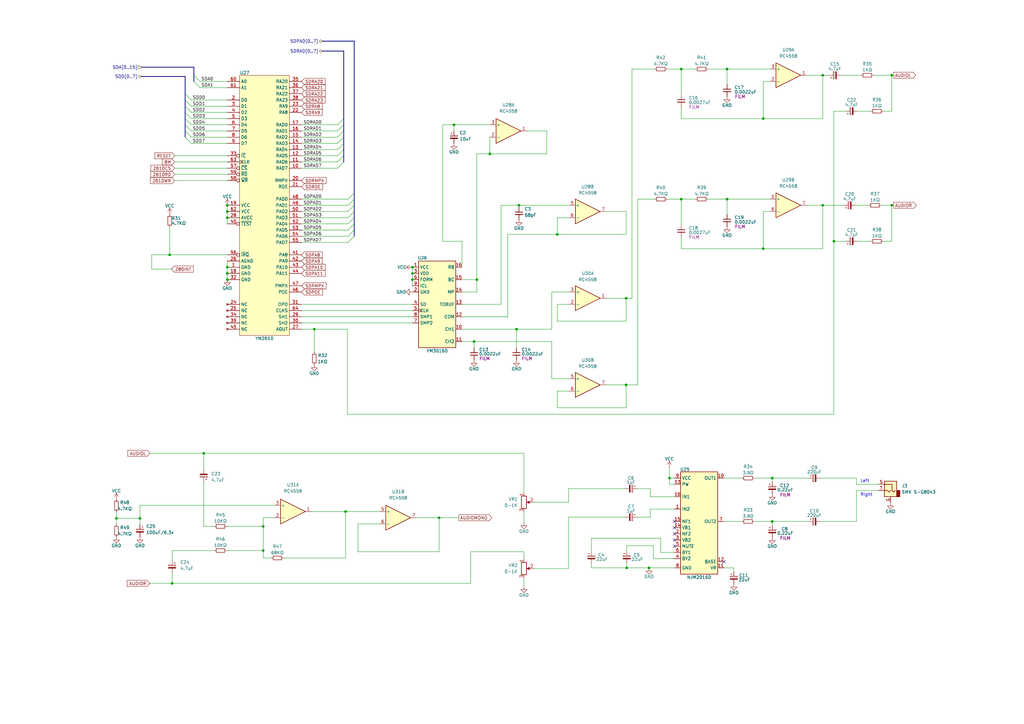
<source format=kicad_sch>
(kicad_sch (version 20211123) (generator eeschema)
  (paper "A3")
  (lib_symbols
    (symbol "1_NeoGeoLibrary:NJM2016D"
      (property "Reference" "U" (at -6.35 26.67 0))
      (property "Value" "NJM2016D" (at -5.08 -19.05 0))
      (symbol "NJM2016D_1_1"
        (rectangle (start -7.62 25.4) (end 7.62 -16.51) (stroke (width 0.254)) (fill (type background)))
        (pin input line (at -10.16 10.16 0) (length 2.54) (name "IN2") (number "1"))
        (pin output line (at 10.16 22.86 180) (length 2.54) (name "OUT1") (number "10"))
        (pin input line (at 10.16 -13.97 180) (length 2.54) (name "VR") (number "11"))
        (pin input line (at 10.16 -11.43 180) (length 2.54) (name "BASE") (number "12"))
        (pin input line (at -10.16 20.32 0) (length 2.54) (name "PW") (number "13"))
        (pin input line (at -10.16 2.54 0) (length 2.54) (name "VB1") (number "14"))
        (pin input line (at -10.16 5.08 0) (length 2.54) (name "NF1") (number "15"))
        (pin input line (at -10.16 15.24 0) (length 2.54) (name "IN1") (number "16"))
        (pin input line (at -10.16 0 0) (length 2.54) (name "NF2") (number "2"))
        (pin input line (at -10.16 -2.54 0) (length 2.54) (name "VB2") (number "3"))
        (pin input line (at -10.16 -10.16 0) (length 2.54) (name "BY2") (number "4"))
        (pin input line (at -10.16 -5.08 0) (length 2.54) (name "MUTE") (number "5"))
        (pin input line (at -10.16 -7.62 0) (length 2.54) (name "BY1") (number "6"))
        (pin output line (at 10.16 5.08 180) (length 2.54) (name "OUT2") (number "7"))
        (pin power_in line (at -10.16 -13.97 0) (length 2.54) (name "GND") (number "8"))
        (pin power_in line (at -10.16 22.86 0) (length 2.54) (name "VCC") (number "9"))
      )
    )
    (symbol "1_NeoGeoLibrary:YM2610"
      (property "Reference" "U" (at -8.89 59.69 0))
      (property "Value" "YM2610" (at 0 -49.53 0))
      (symbol "YM2610_1_1"
        (rectangle (start -10.16 58.42) (end 10.16 -48.26) (fill (type background)))
        (pin power_in line (at -15.24 -20.32 0) (length 5.08) (name "GND") (number "1"))
        (pin bidirectional line (at 15.24 20.32 180) (length 5.08) (name "RAD7") (number "10"))
        (pin bidirectional line (at 15.24 22.86 180) (length 5.08) (name "RAD6") (number "11"))
        (pin bidirectional line (at 15.24 25.4 180) (length 5.08) (name "RAD5") (number "12"))
        (pin bidirectional line (at 15.24 27.94 180) (length 5.08) (name "RAD4") (number "13"))
        (pin bidirectional line (at 15.24 30.48 180) (length 5.08) (name "RAD3") (number "14"))
        (pin bidirectional line (at 15.24 33.02 180) (length 5.08) (name "RAD2") (number "15"))
        (pin bidirectional line (at 15.24 35.56 180) (length 5.08) (name "RAD1") (number "16"))
        (pin bidirectional line (at 15.24 38.1 180) (length 5.08) (name "RAD0") (number "17"))
        (pin power_in line (at -15.24 -22.86 0) (length 5.08) (name "GND") (number "18"))
        (pin power_in line (at -15.24 5.08 0) (length 5.08) (name "VCC") (number "19"))
        (pin bidirectional line (at -15.24 48.26 0) (length 5.08) (name "D0") (number "2"))
        (pin bidirectional line (at 15.24 15.24 180) (length 5.08) (name "RMPX") (number "20"))
        (pin bidirectional line (at 15.24 12.7 180) (length 5.08) (name "ROE") (number "21"))
        (pin bidirectional line (at 15.24 43.18 180) (length 5.08) (name "RA8") (number "22"))
        (pin bidirectional line (at 15.24 45.72 180) (length 5.08) (name "RA9") (number "23"))
        (pin no_connect line (at -15.24 -35.56 0) (length 5.08) (name "NC") (number "24"))
        (pin no_connect line (at -15.24 -38.1 0) (length 5.08) (name "NC") (number "25"))
        (pin power_in line (at -15.24 -17.78 0) (length 5.08) (name "AGND") (number "26"))
        (pin bidirectional line (at 15.24 -45.72 180) (length 5.08) (name "AOUT") (number "27"))
        (pin power_in line (at -15.24 0 0) (length 5.08) (name "AVCC") (number "28"))
        (pin bidirectional line (at 15.24 -40.64 180) (length 5.08) (name "SH1") (number "29"))
        (pin bidirectional line (at -15.24 45.72 0) (length 5.08) (name "D1") (number "3"))
        (pin bidirectional line (at 15.24 -43.18 180) (length 5.08) (name "SH2") (number "30"))
        (pin bidirectional line (at 15.24 -35.56 180) (length 5.08) (name "OPO") (number "31"))
        (pin power_in line (at -15.24 -25.4 0) (length 5.08) (name "GND") (number "32"))
        (pin bidirectional inverted (at -15.24 25.4 0) (length 5.08) (name "~{IC}") (number "33"))
        (pin no_connect line (at -15.24 -40.64 0) (length 5.08) (name "NC") (number "34"))
        (pin bidirectional line (at 15.24 55.88 180) (length 5.08) (name "RA20") (number "35"))
        (pin bidirectional line (at 15.24 53.34 180) (length 5.08) (name "RA21") (number "36"))
        (pin bidirectional line (at 15.24 50.8 180) (length 5.08) (name "RA22") (number "37"))
        (pin bidirectional line (at 15.24 48.26 180) (length 5.08) (name "RA23") (number "38"))
        (pin no_connect line (at -15.24 -43.18 0) (length 5.08) (name "NC") (number "39"))
        (pin bidirectional line (at -15.24 43.18 0) (length 5.08) (name "D2") (number "4"))
        (pin input inverted (at -15.24 -2.54 0) (length 5.08) (name "~{TEST}") (number "40"))
        (pin bidirectional line (at 15.24 -15.24 180) (length 5.08) (name "PA8") (number "41"))
        (pin bidirectional line (at 15.24 -17.78 180) (length 5.08) (name "PA9") (number "42"))
        (pin bidirectional line (at 15.24 -20.32 180) (length 5.08) (name "PA10") (number "43"))
        (pin bidirectional line (at 15.24 -22.86 180) (length 5.08) (name "PA11") (number "44"))
        (pin no_connect line (at -15.24 -45.72 0) (length 5.08) (name "NC") (number "45"))
        (pin bidirectional line (at 15.24 -30.48 180) (length 5.08) (name "POE") (number "46"))
        (pin bidirectional line (at 15.24 -27.94 180) (length 5.08) (name "PMPX") (number "47"))
        (pin bidirectional line (at 15.24 7.62 180) (length 5.08) (name "PAD0") (number "48"))
        (pin bidirectional line (at 15.24 5.08 180) (length 5.08) (name "PAD1") (number "49"))
        (pin bidirectional line (at -15.24 40.64 0) (length 5.08) (name "D3") (number "5"))
        (pin bidirectional line (at 15.24 2.54 180) (length 5.08) (name "PAD2") (number "50"))
        (pin bidirectional line (at 15.24 0 180) (length 5.08) (name "PAD3") (number "51"))
        (pin bidirectional line (at 15.24 -2.54 180) (length 5.08) (name "PAD4") (number "52"))
        (pin bidirectional line (at 15.24 -5.08 180) (length 5.08) (name "PAD5") (number "53"))
        (pin bidirectional line (at 15.24 -7.62 180) (length 5.08) (name "PAD6") (number "54"))
        (pin bidirectional line (at 15.24 -10.16 180) (length 5.08) (name "PAD7") (number "55"))
        (pin bidirectional inverted (at -15.24 -15.24 0) (length 5.08) (name "~{IRQ}") (number "56"))
        (pin bidirectional inverted (at -15.24 20.32 0) (length 5.08) (name "~{CS}") (number "57"))
        (pin bidirectional inverted (at -15.24 15.24 0) (length 5.08) (name "~{WR}") (number "58"))
        (pin bidirectional inverted (at -15.24 17.78 0) (length 5.08) (name "~{RD}") (number "59"))
        (pin bidirectional line (at -15.24 38.1 0) (length 5.08) (name "D4") (number "6"))
        (pin bidirectional line (at -15.24 55.88 0) (length 5.08) (name "A0") (number "60"))
        (pin bidirectional line (at -15.24 53.34 0) (length 5.08) (name "A1") (number "61"))
        (pin power_in line (at -15.24 2.54 0) (length 5.08) (name "VCC") (number "62"))
        (pin bidirectional clock (at -15.24 22.86 0) (length 5.08) (name "CLK") (number "63"))
        (pin bidirectional line (at 15.24 -38.1 180) (length 5.08) (name "CLKS") (number "64"))
        (pin bidirectional line (at -15.24 35.56 0) (length 5.08) (name "D5") (number "7"))
        (pin bidirectional line (at -15.24 33.02 0) (length 5.08) (name "D6") (number "8"))
        (pin bidirectional line (at -15.24 30.48 0) (length 5.08) (name "D7") (number "9"))
      )
    )
    (symbol "1_NeoGeoLibrary:YM3016D"
      (property "Reference" "U" (at -6.35 26.67 0))
      (property "Value" "YM3016D" (at -3.81 -11.43 0))
      (symbol "YM3016D_1_1"
        (rectangle (start -7.62 25.4) (end 7.62 -10.16) (stroke (width 0.254)) (fill (type background)))
        (pin power_in line (at -10.16 22.86 0) (length 2.54) (name "VCC") (number "1"))
        (pin output line (at 10.16 -2.54 180) (length 2.54) (name "CH1") (number "10"))
        (pin output line (at 10.16 -7.62 180) (length 2.54) (name "CH2") (number "11"))
        (pin bidirectional line (at 10.16 2.54 180) (length 2.54) (name "COM") (number "12"))
        (pin bidirectional line (at 10.16 7.62 180) (length 2.54) (name "TOBUF") (number "13"))
        (pin bidirectional line (at 10.16 12.7 180) (length 2.54) (name "MP") (number "14"))
        (pin bidirectional line (at 10.16 17.78 180) (length 2.54) (name "BC") (number "15"))
        (pin bidirectional line (at 10.16 22.86 180) (length 2.54) (name "RB") (number "16"))
        (pin power_in line (at -10.16 12.7 0) (length 2.54) (name "GND") (number "2"))
        (pin power_in line (at -10.16 20.32 0) (length 2.54) (name "VDD") (number "3"))
        (pin input line (at -10.16 7.62 0) (length 2.54) (name "SD") (number "4"))
        (pin input clock (at -10.16 5.08 0) (length 2.54) (name "CLK") (number "5"))
        (pin input line (at -10.16 17.78 0) (length 2.54) (name "FORM") (number "6"))
        (pin input line (at -10.16 0 0) (length 2.54) (name "SMP2") (number "7"))
        (pin input line (at -10.16 2.54 0) (length 2.54) (name "SMP1") (number "8"))
        (pin input line (at -10.16 15.24 0) (length 2.54) (name "ICL") (number "9"))
      )
    )
    (symbol "Amplifier_Operational:RC4558" (pin_names (offset 0.127))
      (property "Reference" "U" (at 0 5.08 0))
      (property "Value" "RC4558" (at 0 -5.08 0))
      (symbol "RC4558_1_1"
        (polyline (pts (xy -5.08 5.08) (xy 5.08 0) (xy -5.08 -5.08) (xy -5.08 5.08)) (stroke (width 0.254)) (fill (type background)))
        (pin output line (at 7.62 0 180) (length 2.54) (name "~") (number "1"))
        (pin input line (at -7.62 -2.54 0) (length 2.54) (name "-") (number "2"))
        (pin input line (at -7.62 2.54 0) (length 2.54) (name "+") (number "3"))
      )
      (symbol "RC4558_2_1"
        (polyline (pts (xy -5.08 5.08) (xy 5.08 0) (xy -5.08 -5.08) (xy -5.08 5.08)) (stroke (width 0.254)) (fill (type background)))
        (pin input line (at -7.62 2.54 0) (length 2.54) (name "+") (number "5"))
        (pin input line (at -7.62 -2.54 0) (length 2.54) (name "-") (number "6"))
        (pin output line (at 7.62 0 180) (length 2.54) (name "~") (number "7"))
      )
      (symbol "RC4558_3_1"
        (pin power_in line (at -2.54 -7.62 90) (length 3.81) (name "V-") (number "4"))
        (pin power_in line (at -2.54 7.62 270) (length 3.81) (name "V+") (number "8"))
      )
    )
    (symbol "Connector:AudioJack2_Ground"
      (property "Reference" "J" (at 0 8.89 0))
      (property "Value" "AudioJack2_Ground" (at 0 6.35 0))
      (symbol "AudioJack2_Ground_0_1"
        (rectangle (start -2.54 -2.54) (end -3.81 0) (stroke (width 0.254)) (fill (type outline)))
        (polyline (pts (xy 0 0) (xy 0.635 -0.635) (xy 1.27 0) (xy 2.54 0)) (stroke (width 0.254)))
        (polyline (pts (xy 2.54 2.54) (xy -0.635 2.54) (xy -0.635 0) (xy -1.27 -0.635) (xy -1.905 0)) (stroke (width 0.254)))
        (rectangle (start 2.54 3.81) (end -2.54 -2.54) (stroke (width 0.254)) (fill (type background)))
      )
      (symbol "AudioJack2_Ground_1_1"
        (pin passive line (at 0 -5.08 90) (length 2.54) (name "~") (number "G"))
        (pin passive line (at 5.08 2.54 180) (length 2.54) (name "~") (number "S"))
        (pin passive line (at 5.08 0 180) (length 2.54) (name "~") (number "T"))
      )
    )
    (symbol "Device:C_Polarized_Small" (pin_numbers hide) (pin_names (offset 0.254) hide)
      (property "Reference" "C" (at 0.254 1.778 0))
      (property "Value" "C_Polarized_Small" (at 0.254 -2.032 0))
      (symbol "C_Polarized_Small_0_1"
        (rectangle (start -1.524 -0.3048) (end 1.524 -0.6858) (fill (type outline)))
        (rectangle (start -1.524 0.6858) (end 1.524 0.3048))
        (polyline (pts (xy -1.27 1.524) (xy -0.762 1.524)))
        (polyline (pts (xy -1.016 1.27) (xy -1.016 1.778)))
      )
      (symbol "C_Polarized_Small_1_1"
        (pin passive line (at 0 2.54 270) (length 1.8542) (name "~") (number "1"))
        (pin passive line (at 0 -2.54 90) (length 1.8542) (name "~") (number "2"))
      )
    )
    (symbol "Device:C_Small" (pin_numbers hide) (pin_names (offset 0.254) hide)
      (property "Reference" "C" (at 0.254 1.778 0))
      (property "Value" "C_Small" (at 0.254 -2.032 0))
      (symbol "C_Small_0_1"
        (polyline (pts (xy -1.524 -0.508) (xy 1.524 -0.508)) (stroke (width 0.3302)))
        (polyline (pts (xy -1.524 0.508) (xy 1.524 0.508)) (stroke (width 0.3048)))
      )
      (symbol "C_Small_1_1"
        (pin passive line (at 0 2.54 270) (length 2.032) (name "~") (number "1"))
        (pin passive line (at 0 -2.54 90) (length 2.032) (name "~") (number "2"))
      )
    )
    (symbol "Device:R_Potentiometer" (pin_names (offset 1.016) hide)
      (property "Reference" "RV" (at -4.445 0 90))
      (property "Value" "R_Potentiometer" (at -2.54 0 90))
      (symbol "R_Potentiometer_0_1"
        (polyline (pts (xy 2.54 0) (xy 1.524 0)))
        (polyline (pts (xy 1.143 0) (xy 2.286 0.508) (xy 2.286 -0.508) (xy 1.143 0)) (fill (type outline)))
        (rectangle (start 1.016 2.54) (end -1.016 -2.54) (stroke (width 0.254)))
      )
      (symbol "R_Potentiometer_1_1"
        (pin passive line (at 0 3.81 270) (length 1.27) (name "1") (number "1"))
        (pin passive line (at 3.81 0 180) (length 1.27) (name "2") (number "2"))
        (pin passive line (at 0 -3.81 90) (length 1.27) (name "3") (number "3"))
      )
    )
    (symbol "Device:R_Small" (pin_numbers hide) (pin_names (offset 0.254) hide)
      (property "Reference" "R" (at 0.762 0.508 0))
      (property "Value" "R_Small" (at 0.762 -1.016 0))
      (symbol "R_Small_0_1"
        (rectangle (start -0.762 1.778) (end 0.762 -1.778) (stroke (width 0.2032)))
      )
      (symbol "R_Small_1_1"
        (pin passive line (at 0 2.54 270) (length 0.762) (name "~") (number "1"))
        (pin passive line (at 0 -2.54 90) (length 0.762) (name "~") (number "2"))
      )
    )
    (symbol "power:GND" (power) (pin_names (offset 0))
      (property "Value" "GND" (at 0 -3.81 0))
      (symbol "GND_0_1"
        (polyline (pts (xy 0 0) (xy 0 -1.27) (xy 1.27 -1.27) (xy 0 -2.54) (xy -1.27 -1.27) (xy 0 -1.27)))
      )
      (symbol "GND_1_1"
        (pin power_in line (at 0 0 270) (length 0) hide (name "GND") (number "1"))
      )
    )
    (symbol "power:VCC" (power) (pin_names (offset 0))
      (property "Value" "VCC" (at 0 3.81 0))
      (symbol "VCC_0_1"
        (polyline (pts (xy -0.762 1.27) (xy 0 2.54)))
        (polyline (pts (xy 0 0) (xy 0 2.54)))
        (polyline (pts (xy 0 2.54) (xy 0.762 1.27)))
      )
      (symbol "VCC_1_1"
        (pin power_in line (at 0 0 90) (length 0) hide (name "VCC") (number "1"))
      )
    )
  )
  (junction (at 128.905 135.001))
  (junction (at 337.439 84.201))
  (junction (at 93.218 114.681))
  (junction (at 266.192 232.918))
  (junction (at 107.95 225.806))
  (junction (at 57.404 212.598))
  (junction (at 83.566 185.928))
  (junction (at 70.612 239.268))
  (junction (at 169.164 112.141))
  (junction (at 47.752 212.598))
  (junction (at 256.794 122.301))
  (junction (at 313.055 101.981))
  (junction (at 93.218 84.201))
  (junction (at 279.4 28.321))
  (junction (at 195.58 114.681))
  (junction (at 212.852 84.201))
  (junction (at 200.914 63.119))
  (junction (at 93.218 89.281))
  (junction (at 257.048 232.918))
  (junction (at 69.596 104.521))
  (junction (at 93.218 112.141))
  (junction (at 279.4 81.661))
  (junction (at 274.574 196.088))
  (junction (at 298.196 28.321))
  (junction (at 194.437 140.081))
  (junction (at 256.794 157.861))
  (junction (at 316.738 213.868))
  (junction (at 93.218 109.601))
  (junction (at 169.164 109.601))
  (junction (at 298.196 81.661))
  (junction (at 365.76 84.201))
  (junction (at 313.055 48.641))
  (junction (at 316.738 196.088))
  (junction (at 93.218 86.741))
  (junction (at 211.836 135.001))
  (junction (at 186.182 51.181))
  (junction (at 365.76 30.861))
  (junction (at 141.732 209.804))
  (junction (at 342.011 98.933))
  (junction (at 228.6 96.139))
  (junction (at 169.164 114.681))
  (junction (at 337.439 30.861))
  (junction (at 180.086 212.344))
  (junction (at 107.95 215.9))
  (no_connect (at 276.606 221.488))
  (no_connect (at 276.606 224.028))
  (no_connect (at 276.606 216.408))
  (no_connect (at 276.606 213.868))
  (no_connect (at 276.606 218.948))
  (no_connect (at 296.926 230.378))
  (bus_entry (at 140.97 53.721) (size -2.54 2.54))
  (bus_entry (at 140.97 63.881) (size -2.54 2.54))
  (bus_entry (at 145.288 81.661) (size -2.54 2.54))
  (bus_entry (at 145.288 89.281) (size -2.54 2.54))
  (bus_entry (at 75.946 41.021) (size 2.54 2.54))
  (bus_entry (at 79.502 30.861) (size 2.54 2.54))
  (bus_entry (at 75.946 46.101) (size 2.54 2.54))
  (bus_entry (at 75.946 53.721) (size 2.54 2.54))
  (bus_entry (at 75.946 38.481) (size 2.54 2.54))
  (bus_entry (at 140.97 61.341) (size -2.54 2.54))
  (bus_entry (at 75.946 56.261) (size 2.54 2.54))
  (bus_entry (at 79.502 33.401) (size 2.54 2.54))
  (bus_entry (at 140.97 66.421) (size -2.54 2.54))
  (bus_entry (at 145.288 91.821) (size -2.54 2.54))
  (bus_entry (at 145.288 84.201) (size -2.54 2.54))
  (bus_entry (at 140.97 58.801) (size -2.54 2.54))
  (bus_entry (at 75.946 51.181) (size 2.54 2.54))
  (bus_entry (at 75.946 48.641) (size 2.54 2.54))
  (bus_entry (at 140.97 56.261) (size -2.54 2.54))
  (bus_entry (at 145.288 94.361) (size -2.54 2.54))
  (bus_entry (at 145.288 79.121) (size -2.54 2.54))
  (bus_entry (at 140.97 51.181) (size -2.54 2.54))
  (bus_entry (at 145.288 86.741) (size -2.54 2.54))
  (bus_entry (at 140.97 48.641) (size -2.54 2.54))
  (bus_entry (at 75.946 43.561) (size 2.54 2.54))
  (bus_entry (at 145.288 96.901) (size -2.54 2.54))
  (wire (pts (xy 344.932 30.861) (xy 353.187 30.861)))
  (wire (pts (xy 70.612 239.268) (xy 61.468 239.268)))
  (wire (pts (xy 298.196 81.661) (xy 315.722 81.661)))
  (wire (pts (xy 218.694 233.172) (xy 233.172 233.172)))
  (wire (pts (xy 212.852 84.201) (xy 205.486 84.201)))
  (wire (pts (xy 78.486 41.021) (xy 93.218 41.021)))
  (wire (pts (xy 233.172 200.406) (xy 256.286 200.406)))
  (wire (pts (xy 274.574 196.088) (xy 276.606 196.088)))
  (wire (pts (xy 233.172 233.172) (xy 233.172 212.09)))
  (bus (pts (xy 140.97 61.341) (xy 140.97 58.801)))
  (bus (pts (xy 140.97 66.421) (xy 140.97 63.881)))
  (wire (pts (xy 296.926 213.868) (xy 304.292 213.868)))
  (wire (pts (xy 300.99 232.918) (xy 300.99 234.442)))
  (wire (pts (xy 93.218 104.521) (xy 69.596 104.521)))
  (wire (pts (xy 71.628 74.041) (xy 93.218 74.041)))
  (wire (pts (xy 242.57 220.726) (xy 242.57 226.06)))
  (wire (pts (xy 189.484 135.001) (xy 211.836 135.001)))
  (wire (pts (xy 146.812 214.884) (xy 146.812 226.314)))
  (wire (pts (xy 313.055 48.641) (xy 337.439 48.641)))
  (wire (pts (xy 78.486 56.261) (xy 93.218 56.261)))
  (wire (pts (xy 194.437 140.081) (xy 226.314 140.081)))
  (wire (pts (xy 212.852 84.201) (xy 212.852 84.963)))
  (wire (pts (xy 208.28 96.139) (xy 208.28 129.921)))
  (wire (pts (xy 70.612 239.268) (xy 193.04 239.268)))
  (bus (pts (xy 79.502 30.861) (xy 79.502 27.559)))
  (wire (pts (xy 146.812 226.314) (xy 180.086 226.314)))
  (wire (pts (xy 141.732 209.804) (xy 155.702 209.804)))
  (bus (pts (xy 145.288 86.741) (xy 145.288 84.201)))
  (wire (pts (xy 82.042 35.941) (xy 93.218 35.941)))
  (wire (pts (xy 189.484 140.081) (xy 194.437 140.081)))
  (wire (pts (xy 351.028 84.201) (xy 356.362 84.201)))
  (wire (pts (xy 276.606 232.918) (xy 266.192 232.918)))
  (wire (pts (xy 351.282 196.088) (xy 351.282 198.628)))
  (wire (pts (xy 309.372 196.088) (xy 316.738 196.088)))
  (wire (pts (xy 256.794 96.139) (xy 256.794 86.741)))
  (wire (pts (xy 47.752 212.598) (xy 47.752 215.138)))
  (wire (pts (xy 256.794 157.861) (xy 261.62 157.861)))
  (wire (pts (xy 180.086 212.344) (xy 188.214 212.344)))
  (wire (pts (xy 93.218 84.201) (xy 93.218 86.741)))
  (wire (pts (xy 285.242 28.321) (xy 279.4 28.321)))
  (wire (pts (xy 189.484 114.681) (xy 195.58 114.681)))
  (wire (pts (xy 138.43 53.721) (xy 123.698 53.721)))
  (wire (pts (xy 256.794 131.699) (xy 256.794 122.301)))
  (wire (pts (xy 71.628 63.881) (xy 93.218 63.881)))
  (wire (pts (xy 228.6 124.841) (xy 228.6 131.699)))
  (wire (pts (xy 93.218 107.061) (xy 93.218 109.601)))
  (wire (pts (xy 123.698 129.921) (xy 169.164 129.921)))
  (wire (pts (xy 123.698 124.841) (xy 169.164 124.841)))
  (bus (pts (xy 140.97 58.801) (xy 140.97 56.261)))
  (wire (pts (xy 279.4 28.321) (xy 279.4 38.862)))
  (wire (pts (xy 142.494 169.926) (xy 342.011 169.926)))
  (wire (pts (xy 313.055 101.981) (xy 337.439 101.981)))
  (wire (pts (xy 78.486 53.721) (xy 93.218 53.721)))
  (wire (pts (xy 279.4 97.282) (xy 279.4 101.981)))
  (bus (pts (xy 79.502 33.401) (xy 79.502 30.861)))
  (wire (pts (xy 226.314 155.321) (xy 233.426 155.321)))
  (wire (pts (xy 78.486 51.181) (xy 93.218 51.181)))
  (wire (pts (xy 228.6 96.139) (xy 208.28 96.139)))
  (wire (pts (xy 83.566 185.928) (xy 83.566 192.532)))
  (wire (pts (xy 78.486 46.101) (xy 93.218 46.101)))
  (bus (pts (xy 140.97 48.641) (xy 140.97 20.955)))
  (wire (pts (xy 276.606 198.628) (xy 274.574 198.628)))
  (wire (pts (xy 128.905 135.001) (xy 128.905 144.526)))
  (wire (pts (xy 78.486 43.561) (xy 93.218 43.561)))
  (wire (pts (xy 266.7 208.788) (xy 276.606 208.788)))
  (bus (pts (xy 75.946 51.181) (xy 75.946 48.641)))
  (wire (pts (xy 257.048 232.918) (xy 242.57 232.918)))
  (wire (pts (xy 315.722 86.741) (xy 313.055 86.741)))
  (wire (pts (xy 123.698 99.441) (xy 142.748 99.441)))
  (wire (pts (xy 107.95 225.806) (xy 107.95 228.854)))
  (wire (pts (xy 268.478 28.321) (xy 259.207 28.321)))
  (wire (pts (xy 279.4 43.942) (xy 279.4 48.641)))
  (bus (pts (xy 75.946 48.641) (xy 75.946 46.101)))
  (wire (pts (xy 256.794 122.301) (xy 248.666 122.301)))
  (wire (pts (xy 365.76 98.933) (xy 365.76 84.201)))
  (wire (pts (xy 257.048 223.774) (xy 267.97 223.774)))
  (bus (pts (xy 145.288 89.281) (xy 145.288 86.741)))
  (wire (pts (xy 256.794 157.861) (xy 248.666 157.861)))
  (wire (pts (xy 112.522 212.344) (xy 107.95 212.344)))
  (wire (pts (xy 316.738 196.088) (xy 316.738 197.612)))
  (wire (pts (xy 274.574 196.088) (xy 274.574 198.628)))
  (wire (pts (xy 313.055 33.401) (xy 313.055 48.641)))
  (wire (pts (xy 138.43 58.801) (xy 123.698 58.801)))
  (wire (pts (xy 71.628 66.421) (xy 93.218 66.421)))
  (wire (pts (xy 298.196 81.661) (xy 298.196 87.884)))
  (wire (pts (xy 266.7 203.708) (xy 276.606 203.708)))
  (wire (pts (xy 181.61 98.933) (xy 181.61 51.181)))
  (wire (pts (xy 92.964 215.9) (xy 107.95 215.9)))
  (wire (pts (xy 195.58 114.681) (xy 195.58 63.119)))
  (wire (pts (xy 71.628 71.501) (xy 93.218 71.501)))
  (wire (pts (xy 361.442 84.201) (xy 365.76 84.201)))
  (wire (pts (xy 261.366 212.09) (xy 266.7 212.09)))
  (wire (pts (xy 279.4 81.661) (xy 279.4 92.202)))
  (wire (pts (xy 193.04 239.268) (xy 193.04 226.314)))
  (wire (pts (xy 337.439 48.641) (xy 337.439 30.861)))
  (wire (pts (xy 123.698 86.741) (xy 142.748 86.741)))
  (wire (pts (xy 316.738 213.868) (xy 316.738 215.392)))
  (wire (pts (xy 242.57 231.14) (xy 242.57 232.918)))
  (wire (pts (xy 224.282 53.721) (xy 216.154 53.721)))
  (wire (pts (xy 224.282 63.119) (xy 224.282 53.721)))
  (wire (pts (xy 261.62 157.861) (xy 261.62 81.661)))
  (wire (pts (xy 205.486 84.201) (xy 205.486 124.841)))
  (wire (pts (xy 256.794 122.301) (xy 259.207 122.301)))
  (wire (pts (xy 214.884 236.982) (xy 214.884 240.538)))
  (wire (pts (xy 276.606 226.568) (xy 271.018 226.568)))
  (wire (pts (xy 337.439 84.201) (xy 345.948 84.201)))
  (wire (pts (xy 69.596 104.521) (xy 62.23 104.521)))
  (wire (pts (xy 87.884 225.806) (xy 70.612 225.806)))
  (wire (pts (xy 365.76 45.593) (xy 365.76 30.861)))
  (wire (pts (xy 256.794 167.259) (xy 256.794 157.861)))
  (bus (pts (xy 75.946 38.481) (xy 75.946 31.369)))
  (wire (pts (xy 233.426 160.401) (xy 228.6 160.401)))
  (wire (pts (xy 274.574 191.77) (xy 274.574 196.088)))
  (wire (pts (xy 351.282 198.628) (xy 360.172 198.628)))
  (wire (pts (xy 298.196 28.321) (xy 290.322 28.321)))
  (wire (pts (xy 261.366 200.406) (xy 266.7 200.406)))
  (bus (pts (xy 57.912 31.369) (xy 75.946 31.369)))
  (wire (pts (xy 127.762 209.804) (xy 141.732 209.804)))
  (wire (pts (xy 337.439 30.861) (xy 339.852 30.861)))
  (wire (pts (xy 195.58 119.761) (xy 195.58 114.681)))
  (wire (pts (xy 233.426 84.201) (xy 212.852 84.201)))
  (wire (pts (xy 208.28 129.921) (xy 189.484 129.921)))
  (wire (pts (xy 267.97 229.108) (xy 276.606 229.108)))
  (wire (pts (xy 228.6 89.281) (xy 228.6 96.139)))
  (wire (pts (xy 336.55 196.088) (xy 351.282 196.088)))
  (wire (pts (xy 233.426 89.281) (xy 228.6 89.281)))
  (wire (pts (xy 107.95 212.344) (xy 107.95 215.9)))
  (wire (pts (xy 57.404 207.264) (xy 112.522 207.264)))
  (wire (pts (xy 142.494 135.001) (xy 142.494 169.926)))
  (bus (pts (xy 75.946 41.021) (xy 75.946 38.481)))
  (wire (pts (xy 315.722 28.321) (xy 298.196 28.321)))
  (bus (pts (xy 140.97 48.641) (xy 140.97 51.181)))
  (wire (pts (xy 200.914 63.119) (xy 224.282 63.119)))
  (bus (pts (xy 140.97 56.261) (xy 140.97 53.721)))
  (wire (pts (xy 69.596 93.091) (xy 69.596 104.521)))
  (wire (pts (xy 214.884 185.928) (xy 214.884 202.184)))
  (wire (pts (xy 195.58 63.119) (xy 200.914 63.119)))
  (wire (pts (xy 267.97 223.774) (xy 267.97 229.108)))
  (wire (pts (xy 218.694 205.994) (xy 233.172 205.994)))
  (wire (pts (xy 228.6 96.139) (xy 256.794 96.139)))
  (wire (pts (xy 296.926 232.918) (xy 300.99 232.918)))
  (bus (pts (xy 145.288 79.121) (xy 145.288 16.891)))
  (wire (pts (xy 93.218 109.601) (xy 93.218 112.141)))
  (wire (pts (xy 123.698 94.361) (xy 142.748 94.361)))
  (wire (pts (xy 214.884 209.804) (xy 214.884 214.376)))
  (wire (pts (xy 315.722 33.401) (xy 313.055 33.401)))
  (bus (pts (xy 145.288 94.361) (xy 145.288 91.821)))
  (wire (pts (xy 71.628 68.961) (xy 93.218 68.961)))
  (wire (pts (xy 342.011 45.593) (xy 346.71 45.593)))
  (bus (pts (xy 145.288 91.821) (xy 145.288 89.281)))
  (wire (pts (xy 107.95 228.854) (xy 111.252 228.854)))
  (wire (pts (xy 351.79 98.933) (xy 357.124 98.933)))
  (wire (pts (xy 123.698 91.821) (xy 142.748 91.821)))
  (wire (pts (xy 273.558 81.661) (xy 279.4 81.661)))
  (wire (pts (xy 169.164 109.601) (xy 169.164 112.141)))
  (bus (pts (xy 75.946 43.561) (xy 75.946 41.021)))
  (wire (pts (xy 138.43 63.881) (xy 123.698 63.881)))
  (wire (pts (xy 116.332 228.854) (xy 141.732 228.854)))
  (wire (pts (xy 78.486 58.801) (xy 93.218 58.801)))
  (wire (pts (xy 226.314 140.081) (xy 226.314 155.321)))
  (wire (pts (xy 259.207 28.321) (xy 259.207 122.301)))
  (wire (pts (xy 351.282 201.168) (xy 360.172 201.168)))
  (wire (pts (xy 62.23 104.521) (xy 62.23 110.363)))
  (wire (pts (xy 128.905 135.001) (xy 142.494 135.001)))
  (bus (pts (xy 132.08 20.955) (xy 140.97 20.955)))
  (wire (pts (xy 336.55 213.868) (xy 351.282 213.868)))
  (wire (pts (xy 228.6 160.401) (xy 228.6 167.259)))
  (wire (pts (xy 337.439 30.861) (xy 330.962 30.861)))
  (wire (pts (xy 57.404 212.598) (xy 57.404 207.264)))
  (wire (pts (xy 279.4 101.981) (xy 313.055 101.981)))
  (wire (pts (xy 342.011 169.926) (xy 342.011 98.933)))
  (wire (pts (xy 228.6 131.699) (xy 256.794 131.699)))
  (wire (pts (xy 256.794 86.741) (xy 248.666 86.741)))
  (wire (pts (xy 83.566 197.612) (xy 83.566 215.9)))
  (wire (pts (xy 47.752 212.598) (xy 57.404 212.598)))
  (wire (pts (xy 233.172 205.994) (xy 233.172 200.406)))
  (wire (pts (xy 180.086 226.314) (xy 180.086 212.344)))
  (wire (pts (xy 186.182 51.181) (xy 200.914 51.181)))
  (bus (pts (xy 57.912 27.559) (xy 79.502 27.559)))
  (wire (pts (xy 186.182 51.181) (xy 186.182 53.721)))
  (wire (pts (xy 123.698 132.461) (xy 169.164 132.461)))
  (wire (pts (xy 107.95 215.9) (xy 107.95 225.806)))
  (wire (pts (xy 211.836 135.001) (xy 211.836 142.621)))
  (wire (pts (xy 169.164 112.141) (xy 169.164 114.681)))
  (wire (pts (xy 226.314 119.761) (xy 233.426 119.761)))
  (wire (pts (xy 181.61 51.181) (xy 186.182 51.181)))
  (bus (pts (xy 145.288 96.901) (xy 145.288 94.361)))
  (wire (pts (xy 342.011 98.933) (xy 346.71 98.933)))
  (wire (pts (xy 228.6 167.259) (xy 256.794 167.259)))
  (wire (pts (xy 123.698 96.901) (xy 142.748 96.901)))
  (wire (pts (xy 83.566 185.928) (xy 214.884 185.928)))
  (wire (pts (xy 57.404 212.598) (xy 57.404 215.138)))
  (wire (pts (xy 107.95 225.806) (xy 92.964 225.806)))
  (bus (pts (xy 75.946 46.101) (xy 75.946 43.561)))
  (wire (pts (xy 155.702 214.884) (xy 146.812 214.884)))
  (bus (pts (xy 145.288 84.201) (xy 145.288 81.661)))
  (wire (pts (xy 194.437 140.081) (xy 194.437 142.621)))
  (bus (pts (xy 145.288 79.121) (xy 145.288 81.661)))
  (wire (pts (xy 362.204 45.593) (xy 365.76 45.593)))
  (wire (pts (xy 141.732 228.854) (xy 141.732 209.804)))
  (wire (pts (xy 214.884 226.314) (xy 214.884 229.362)))
  (wire (pts (xy 93.218 89.281) (xy 93.218 91.821)))
  (wire (pts (xy 271.018 220.726) (xy 242.57 220.726)))
  (wire (pts (xy 298.196 28.321) (xy 298.196 34.544)))
  (wire (pts (xy 233.426 124.841) (xy 228.6 124.841)))
  (wire (pts (xy 82.042 33.401) (xy 93.218 33.401)))
  (wire (pts (xy 358.267 30.861) (xy 365.76 30.861)))
  (wire (pts (xy 316.738 213.868) (xy 331.47 213.868)))
  (wire (pts (xy 266.192 232.918) (xy 257.048 232.918)))
  (wire (pts (xy 62.23 110.363) (xy 70.358 110.363)))
  (wire (pts (xy 200.914 56.261) (xy 200.914 63.119)))
  (wire (pts (xy 47.752 209.931) (xy 47.752 212.598)))
  (wire (pts (xy 169.164 114.681) (xy 169.164 117.221)))
  (wire (pts (xy 78.486 48.641) (xy 93.218 48.641)))
  (wire (pts (xy 257.048 231.14) (xy 257.048 232.918)))
  (wire (pts (xy 70.612 225.806) (xy 70.612 229.87)))
  (wire (pts (xy 279.4 28.321) (xy 273.558 28.321)))
  (wire (pts (xy 365.76 30.861) (xy 366.522 30.861)))
  (wire (pts (xy 313.055 86.741) (xy 313.055 101.981)))
  (wire (pts (xy 279.4 48.641) (xy 313.055 48.641)))
  (wire (pts (xy 138.43 51.181) (xy 123.698 51.181)))
  (wire (pts (xy 70.612 234.95) (xy 70.612 239.268)))
  (wire (pts (xy 226.314 135.001) (xy 226.314 119.761)))
  (wire (pts (xy 189.484 98.933) (xy 181.61 98.933)))
  (wire (pts (xy 337.439 84.201) (xy 330.962 84.201)))
  (wire (pts (xy 365.76 84.201) (xy 366.522 84.201)))
  (wire (pts (xy 362.204 98.933) (xy 365.76 98.933)))
  (wire (pts (xy 123.698 135.001) (xy 128.905 135.001)))
  (wire (pts (xy 189.484 119.761) (xy 195.58 119.761)))
  (wire (pts (xy 271.018 226.568) (xy 271.018 220.726)))
  (wire (pts (xy 233.172 212.09) (xy 256.286 212.09)))
  (wire (pts (xy 138.43 68.961) (xy 123.698 68.961)))
  (wire (pts (xy 266.7 200.406) (xy 266.7 203.708)))
  (wire (pts (xy 138.43 56.261) (xy 123.698 56.261)))
  (wire (pts (xy 138.43 66.421) (xy 123.698 66.421)))
  (wire (pts (xy 93.218 86.741) (xy 93.218 89.281)))
  (wire (pts (xy 123.698 81.661) (xy 142.748 81.661)))
  (wire (pts (xy 211.836 135.001) (xy 226.314 135.001)))
  (wire (pts (xy 83.566 215.9) (xy 87.884 215.9)))
  (wire (pts (xy 266.7 212.09) (xy 266.7 208.788)))
  (wire (pts (xy 279.4 81.661) (xy 285.242 81.661)))
  (bus (pts (xy 140.97 53.721) (xy 140.97 51.181)))
  (bus (pts (xy 140.97 63.881) (xy 140.97 61.341)))
  (wire (pts (xy 342.011 98.933) (xy 342.011 45.593)))
  (wire (pts (xy 351.79 45.593) (xy 357.124 45.593)))
  (wire (pts (xy 189.484 109.601) (xy 189.484 98.933)))
  (bus (pts (xy 75.946 56.261) (xy 75.946 53.721)))
  (wire (pts (xy 290.322 81.661) (xy 298.196 81.661)))
  (bus (pts (xy 75.946 53.721) (xy 75.946 51.181)))
  (wire (pts (xy 351.282 213.868) (xy 351.282 201.168)))
  (wire (pts (xy 180.086 212.344) (xy 170.942 212.344)))
  (wire (pts (xy 123.698 127.381) (xy 169.164 127.381)))
  (wire (pts (xy 138.43 61.341) (xy 123.698 61.341)))
  (bus (pts (xy 132.08 16.891) (xy 145.288 16.891)))
  (wire (pts (xy 257.048 226.06) (xy 257.048 223.774)))
  (wire (pts (xy 337.439 101.981) (xy 337.439 84.201)))
  (wire (pts (xy 205.486 124.841) (xy 189.484 124.841)))
  (wire (pts (xy 61.468 185.928) (xy 83.566 185.928)))
  (wire (pts (xy 123.698 89.281) (xy 142.748 89.281)))
  (wire (pts (xy 309.372 213.868) (xy 316.738 213.868)))
  (wire (pts (xy 261.62 81.661) (xy 268.478 81.661)))
  (wire (pts (xy 296.926 196.088) (xy 304.292 196.088)))
  (wire (pts (xy 123.698 84.201) (xy 142.748 84.201)))
  (wire (pts (xy 93.218 112.141) (xy 93.218 114.681)))
  (wire (pts (xy 193.04 226.314) (xy 214.884 226.314)))
  (wire (pts (xy 316.738 196.088) (xy 331.47 196.088)))
  (text "Right" (at 352.806 203.708 0) (effects (font (size 1.27 1.27)) (justify left bottom)))
  (text "Left" (at 352.806 198.12 0) (effects (font (size 1.27 1.27)) (justify left bottom)))
  (label "SDPAD3" (at 124.46 89.281 0))
  (label "SDRAD6" (at 124.46 66.421 0))
  (label "SDRAD1" (at 124.46 53.721 0))
  (label "SDRAD4" (at 124.46 61.341 0))
  (label "SDRAD5" (at 124.46 63.881 0))
  (label "SDA1" (at 82.55 35.941 0))
  (label "SDRAD3" (at 124.46 58.801 0))
  (label "SDD0" (at 78.994 41.021 0))
  (label "SDPAD7" (at 124.46 99.441 0))
  (label "SDD3" (at 78.994 48.641 0))
  (label "SDPAD5" (at 124.46 94.361 0))
  (label "SDD2" (at 78.994 46.101 0))
  (label "SDA0" (at 82.55 33.401 0))
  (label "SDRAD2" (at 124.46 56.261 0))
  (label "SDRAD0" (at 124.46 51.181 0))
  (label "SDD7" (at 78.994 58.801 0))
  (label "SDPAD6" (at 124.46 96.901 0))
  (label "SDPAD4" (at 124.46 91.821 0))
  (label "SDD5" (at 78.994 53.721 0))
  (label "SDPAD2" (at 124.46 86.741 0))
  (label "SDRAD7" (at 124.46 68.961 0))
  (label "SDPAD1" (at 124.46 84.201 0))
  (label "SDD4" (at 78.994 51.181 0))
  (label "SDD1" (at 78.994 43.561 0))
  (label "SDD6" (at 78.994 56.261 0))
  (label "SDPAD0" (at 124.46 81.661 0))
  (global_label "SDPMPX" (shape input) (at 123.698 117.221 0) (property "Intersheet References" "${INTERSHEET_REFS}" (effects hide)))
  (global_label "AUDIOR" (shape input) (at 61.468 239.268 180) (property "Intersheet References" "${INTERSHEET_REFS}" (effects hide)))
  (global_label "RESET" (shape input) (at 71.628 63.881 180) (property "Intersheet References" "${INTERSHEET_REFS}" (effects hide)))
  (global_label "SDRA20" (shape input) (at 123.698 33.401 0) (property "Intersheet References" "${INTERSHEET_REFS}" (effects hide)))
  (global_label "SDPA11" (shape input) (at 123.698 112.141 0) (property "Intersheet References" "${INTERSHEET_REFS}" (effects hide)))
  (global_label "SDPA9" (shape input) (at 123.698 107.061 0) (property "Intersheet References" "${INTERSHEET_REFS}" (effects hide)))
  (global_label "AUDIOR" (shape output) (at 366.522 84.201 0) (property "Intersheet References" "${INTERSHEET_REFS}" (effects hide)))
  (global_label "2610RD" (shape input) (at 71.628 71.501 180) (property "Intersheet References" "${INTERSHEET_REFS}" (effects hide)))
  (global_label "SDRA23" (shape input) (at 123.698 41.021 0) (property "Intersheet References" "${INTERSHEET_REFS}" (effects hide)))
  (global_label "8M" (shape input) (at 71.628 66.421 180) (property "Intersheet References" "${INTERSHEET_REFS}" (effects hide)))
  (global_label "SDRMPX" (shape input) (at 123.698 74.041 0) (property "Intersheet References" "${INTERSHEET_REFS}" (effects hide)))
  (global_label "2610CS" (shape input) (at 71.628 68.961 180) (property "Intersheet References" "${INTERSHEET_REFS}" (effects hide)))
  (global_label "AUDIOL" (shape input) (at 61.468 185.928 180) (property "Intersheet References" "${INTERSHEET_REFS}" (effects hide)))
  (global_label "SDROE" (shape input) (at 123.698 76.581 0) (property "Intersheet References" "${INTERSHEET_REFS}" (effects hide)))
  (global_label "SDRA9" (shape input) (at 123.698 46.101 0) (property "Intersheet References" "${INTERSHEET_REFS}" (effects hide)))
  (global_label "SDRA21" (shape input) (at 123.698 35.941 0) (property "Intersheet References" "${INTERSHEET_REFS}" (effects hide)))
  (global_label "2610WR" (shape input) (at 71.628 74.041 180) (property "Intersheet References" "${INTERSHEET_REFS}" (effects hide)))
  (global_label "Z80INT" (shape input) (at 70.358 110.363 0) (property "Intersheet References" "${INTERSHEET_REFS}" (effects hide)))
  (global_label "AUDIOL" (shape output) (at 366.522 30.861 0) (property "Intersheet References" "${INTERSHEET_REFS}" (effects hide)))
  (global_label "SDRA8" (shape input) (at 123.698 43.561 0) (property "Intersheet References" "${INTERSHEET_REFS}" (effects hide)))
  (global_label "SDPA8" (shape input) (at 123.698 104.521 0) (property "Intersheet References" "${INTERSHEET_REFS}" (effects hide)))
  (global_label "AUDIOMONO" (shape output) (at 188.214 212.344 0) (property "Intersheet References" "${INTERSHEET_REFS}" (effects hide)))
  (global_label "SDPA10" (shape input) (at 123.698 109.601 0) (property "Intersheet References" "${INTERSHEET_REFS}" (effects hide)))
  (global_label "SDRA22" (shape input) (at 123.698 38.481 0) (property "Intersheet References" "${INTERSHEET_REFS}" (effects hide)))
  (global_label "SDPOE" (shape input) (at 123.698 119.761 0) (property "Intersheet References" "${INTERSHEET_REFS}" (effects hide)))
  (hierarchical_label "SDRAD[0..7]" (shape bidirectional) (at 132.08 20.955 180))
  (hierarchical_label "SDA[0..15]" (shape input) (at 57.912 27.559 180))
  (hierarchical_label "SDD[0..7]" (shape bidirectional) (at 57.912 31.369 180))
  (hierarchical_label "SDPAD[0..7]" (shape bidirectional) (at 132.08 16.891 180))
  (symbol (lib_id "Device:R_Small") (at 90.424 215.9 90) (unit 1)
    (property "Reference" "R45" (at 90.424 211.201 90))
    (property "Value" "10KΩ" (at 90.424 213.741 90))
    (property "Footprint" "1_NeoGeoLibrary:Resistor1-5mm" (effects hide))
  )
  (symbol (lib_id "Device:C_Polarized_Small") (at 334.01 196.088 90) (mirror x) (unit 1)
    (property "Reference" "C9" (at 334.01 191.77 90))
    (property "Value" "220uF" (at 334.01 193.548 90))
    (property "Footprint" "1_NeoGeoLibrary:CAP1-5mm" (effects hide))
  )
  (symbol (lib_id "Device:C_Small") (at 194.437 145.161 0) (unit 1)
    (property "Reference" "C13" (at 196.469 143.383 0) (effects (justify left)))
    (property "Value" "0.0022uF" (at 196.469 145.161 0) (effects (justify left)))
    (property "Footprint" "1_NeoGeoLibrary:CAP3-5mm" (effects hide))
    (property "Type" "FILM" (at 198.755 147.066 0))
  )
  (symbol (lib_id "1_NeoGeoLibrary:NJM2016D") (at 286.766 218.948 0) (unit 1)
    (property "Reference" "U25" (at 280.924 192.532 0))
    (property "Value" "NJM2016D" (at 286.766 236.728 0))
    (property "Footprint" "Package_DIP:DIP-16_W7.62mm" (effects hide))
  )
  (symbol (lib_id "Device:R_Small") (at 359.664 45.593 90) (unit 1)
    (property "Reference" "R36" (at 359.664 40.894 90))
    (property "Value" "1KΩ" (at 359.664 43.434 90))
    (property "Footprint" "1_NeoGeoLibrary:Resistor1-5mm" (effects hide))
  )
  (symbol (lib_id "Device:C_Polarized_Small") (at 349.25 45.593 90) (unit 1)
    (property "Reference" "C22" (at 349.25 41.021 90))
    (property "Value" "4.7uF" (at 349.25 42.926 90))
    (property "Footprint" "1_NeoGeoLibrary:CAP3-5mm" (effects hide))
  )
  (symbol (lib_id "Device:C_Polarized_Small") (at 348.488 84.201 90) (unit 1)
    (property "Reference" "C20" (at 348.488 79.629 90))
    (property "Value" "4.7uF" (at 348.488 81.534 90))
    (property "Footprint" "1_NeoGeoLibrary:CAP3-5mm" (effects hide))
  )
  (symbol (lib_id "Device:C_Polarized_Small") (at 349.25 98.933 90) (unit 1)
    (property "Reference" "C21" (at 349.25 94.361 90))
    (property "Value" "4.7uF" (at 349.25 96.266 90))
    (property "Footprint" "1_NeoGeoLibrary:CAP3-5mm" (effects hide))
  )
  (symbol (lib_id "power:GND") (at 186.182 58.801 0) (unit 1)
    (property "Reference" "#PWR0185" (effects hide))
    (property "Value" "GND" (at 186.182 62.357 0))
  )
  (symbol (lib_id "power:GND") (at 194.437 147.701 0) (unit 1)
    (property "Reference" "#PWR0202" (effects hide))
    (property "Value" "GND" (at 194.437 151.257 0))
  )
  (symbol (lib_id "Amplifier_Operational:RC4558") (at 241.046 86.741 0) (unit 2)
    (property "Reference" "U28" (at 241.046 76.581 0))
    (property "Value" "RC4558" (at 241.046 79.121 0))
    (property "Footprint" "Package_DIP:DIP-8_W7.62mm" (effects hide))
  )
  (symbol (lib_id "power:VCC") (at 93.218 84.201 0) (unit 1)
    (property "Reference" "#PWR0183" (effects hide))
    (property "Value" "VCC" (at 93.218 80.645 0))
  )
  (symbol (lib_id "Amplifier_Operational:RC4558") (at 241.046 122.301 0) (unit 1)
    (property "Reference" "U30" (at 241.046 112.141 0))
    (property "Value" "RC4558" (at 241.046 114.681 0))
    (property "Footprint" "Package_DIP:DIP-8_W7.62mm" (effects hide))
  )
  (symbol (lib_id "power:GND") (at 298.196 39.624 0) (unit 1)
    (property "Reference" "#PWR0198" (effects hide))
    (property "Value" "GND" (at 298.196 43.18 0))
  )
  (symbol (lib_id "Device:C_Polarized_Small") (at 242.57 228.6 0) (unit 1)
    (property "Reference" "C4" (at 246.634 227.584 0))
    (property "Value" "22uF" (at 246.888 229.362 0))
    (property "Footprint" "1_NeoGeoLibrary:CAP1-5mm" (effects hide))
  )
  (symbol (lib_id "Device:C_Small") (at 298.196 37.084 0) (unit 1)
    (property "Reference" "C17" (at 301.244 35.8202 0) (effects (justify left)))
    (property "Value" "0.0022uF" (at 301.244 37.719 0) (effects (justify left)))
    (property "Footprint" "1_NeoGeoLibrary:CAP3-5mm" (effects hide))
    (property "Type" "FILM" (at 303.53 39.624 0))
  )
  (symbol (lib_id "Device:C_Polarized_Small") (at 70.612 232.41 0) (mirror y) (unit 1)
    (property "Reference" "C24" (at 73.914 230.5938 0) (effects (justify right)))
    (property "Value" "4.7uF" (at 73.914 233.1338 0) (effects (justify right)))
    (property "Footprint" "1_NeoGeoLibrary:CAP3-5mm" (effects hide))
  )
  (symbol (lib_id "power:GND") (at 47.752 220.218 0) (unit 1)
    (property "Reference" "#PWR0190" (effects hide))
    (property "Value" "GND" (at 47.752 223.774 0))
  )
  (symbol (lib_id "Device:R_Small") (at 358.902 84.201 90) (unit 1)
    (property "Reference" "R37" (at 358.902 79.502 90))
    (property "Value" "1KΩ" (at 358.902 82.042 90))
    (property "Footprint" "1_NeoGeoLibrary:Resistor1-5mm" (effects hide))
  )
  (symbol (lib_id "power:GND") (at 316.738 220.472 0) (unit 1)
    (property "Reference" "#PWR0200" (effects hide))
    (property "Value" "GND" (at 316.738 224.028 0))
  )
  (symbol (lib_id "Device:C_Polarized_Small") (at 316.738 217.932 0) (unit 1)
    (property "Reference" "C8" (at 321.818 216.916 0))
    (property "Value" "0.22uF" (at 322.072 218.694 0))
    (property "Footprint" "1_NeoGeoLibrary:CAP1-5mm" (effects hide))
    (property "Type" "FILM" (at 322.072 220.726 0))
  )
  (symbol (lib_id "power:VCC") (at 47.752 204.851 0) (unit 1)
    (property "Reference" "#PWR0189" (effects hide))
    (property "Value" "VCC" (at 47.752 201.295 0))
  )
  (symbol (lib_id "Device:R_Small") (at 359.664 98.933 90) (unit 1)
    (property "Reference" "R38" (at 359.664 94.234 90))
    (property "Value" "1KΩ" (at 359.664 96.774 90))
    (property "Footprint" "1_NeoGeoLibrary:Resistor1-5mm" (effects hide))
  )
  (symbol (lib_id "Device:R_Small") (at 113.792 228.854 90) (unit 1)
    (property "Reference" "R47" (at 113.792 224.155 90))
    (property "Value" "68KΩ" (at 113.792 226.695 90))
    (property "Footprint" "1_NeoGeoLibrary:Resistor1-5mm" (effects hide))
  )
  (symbol (lib_id "Device:C_Small") (at 279.4 41.402 0) (unit 1)
    (property "Reference" "C16" (at 282.448 40.1382 0) (effects (justify left)))
    (property "Value" "0.0027uF" (at 282.448 42.037 0) (effects (justify left)))
    (property "Footprint" "1_NeoGeoLibrary:CAP3-5mm" (effects hide))
    (property "Type" "FILM" (at 284.734 43.942 0))
  )
  (symbol (lib_id "power:GND") (at 365.252 206.248 0) (unit 1)
    (property "Reference" "#PWR0193" (effects hide))
    (property "Value" "GND" (at 365.252 209.804 0))
  )
  (symbol (lib_id "Amplifier_Operational:RC4558") (at 323.342 30.861 0) (unit 1)
    (property "Reference" "U29" (at 323.342 20.447 0))
    (property "Value" "RC4558" (at 323.342 22.987 0))
    (property "Footprint" "Package_DIP:DIP-8_W7.62mm" (effects hide))
  )
  (symbol (lib_id "Amplifier_Operational:RC4558") (at 241.046 157.861 0) (unit 2)
    (property "Reference" "U30" (at 241.046 147.701 0))
    (property "Value" "RC4558" (at 241.046 150.241 0))
    (property "Footprint" "Package_DIP:DIP-8_W7.62mm" (effects hide))
  )
  (symbol (lib_id "Device:R_Small") (at 271.018 28.321 90) (unit 1)
    (property "Reference" "R42" (at 271.018 23.622 90))
    (property "Value" "4.7KΩ" (at 271.018 26.162 90))
    (property "Footprint" "1_NeoGeoLibrary:Resistor1-5mm" (effects hide))
  )
  (symbol (lib_id "Device:C_Polarized_Small") (at 186.182 56.261 0) (unit 1)
    (property "Reference" "C2" (at 188.468 54.4448 0) (effects (justify left)))
    (property "Value" "10uF" (at 188.468 56.9848 0) (effects (justify left)))
    (property "Footprint" "1_NeoGeoLibrary:CAP1-5mm" (effects hide))
  )
  (symbol (lib_id "Device:R_Small") (at 90.424 225.806 90) (unit 1)
    (property "Reference" "R46" (at 90.424 221.107 90))
    (property "Value" "10KΩ" (at 90.424 223.647 90))
    (property "Footprint" "1_NeoGeoLibrary:Resistor1-5mm" (effects hide))
  )
  (symbol (lib_id "Device:R_Potentiometer") (at 214.884 205.994 0) (unit 1)
    (property "Reference" "VR1" (at 212.344 204.7239 0) (effects (justify right)))
    (property "Value" "0-1K" (at 212.344 207.2639 0) (effects (justify right)))
    (property "Footprint" "Connector_PinSocket_2.54mm:PinSocket_1x03_P2.54mm_Vertical" (effects hide))
  )
  (symbol (lib_id "power:GND") (at 214.884 240.538 0) (unit 1)
    (property "Reference" "#PWR0196" (effects hide))
    (property "Value" "GND" (at 214.884 244.094 0))
  )
  (symbol (lib_id "power:GND") (at 57.404 220.218 0) (unit 1)
    (property "Reference" "#PWR0191" (effects hide))
    (property "Value" "GND" (at 57.404 223.774 0))
  )
  (symbol (lib_id "Device:R_Small") (at 306.832 213.868 90) (unit 1)
    (property "Reference" "R33" (at 306.832 209.169 90))
    (property "Value" "3.9Ω" (at 306.832 211.709 90))
    (property "Footprint" "1_NeoGeoLibrary:Resistor1-5mm" (effects hide))
  )
  (symbol (lib_id "Device:C_Polarized_Small") (at 300.99 236.982 0) (unit 1)
    (property "Reference" "C11" (at 305.054 235.966 0))
    (property "Value" "22uF" (at 305.308 237.744 0))
    (property "Footprint" "1_NeoGeoLibrary:CAP1-5mm" (effects hide))
  )
  (symbol (lib_id "Device:R_Small") (at 306.832 196.088 90) (unit 1)
    (property "Reference" "R34" (at 306.832 191.389 90))
    (property "Value" "3.9Ω" (at 306.832 193.929 90))
    (property "Footprint" "1_NeoGeoLibrary:Resistor1-5mm" (effects hide))
  )
  (symbol (lib_id "Device:C_Polarized_Small") (at 316.738 200.152 0) (unit 1)
    (property "Reference" "C12" (at 321.818 199.136 0))
    (property "Value" "0.22uF" (at 322.072 200.914 0))
    (property "Footprint" "1_NeoGeoLibrary:CAP1-5mm" (effects hide))
    (property "Type" "FILM" (at 322.072 202.946 0))
  )
  (symbol (lib_id "Device:C_Polarized_Small") (at 257.048 228.6 0) (unit 1)
    (property "Reference" "C5" (at 261.112 227.584 0))
    (property "Value" "22uF" (at 261.366 229.362 0))
    (property "Footprint" "1_NeoGeoLibrary:CAP1-5mm" (effects hide))
  )
  (symbol (lib_id "Device:R_Small") (at 271.018 81.661 90) (unit 1)
    (property "Reference" "R40" (at 271.018 76.962 90))
    (property "Value" "4.7KΩ" (at 271.018 79.502 90))
    (property "Footprint" "1_NeoGeoLibrary:Resistor1-5mm" (effects hide))
  )
  (symbol (lib_id "Device:R_Small") (at 69.596 90.551 0) (unit 1)
    (property "Reference" "R31" (at 70.358 89.535 0) (effects (justify left)))
    (property "Value" "4.7KΩ" (at 70.358 91.567 0) (effects (justify left)))
    (property "Footprint" "1_NeoGeoLibrary:Resistor1-5mm" (effects hide))
  )
  (symbol (lib_id "1_NeoGeoLibrary:YM3016D") (at 179.324 132.461 0) (unit 1)
    (property "Reference" "U26" (at 173.228 105.791 0))
    (property "Value" "YM3016D" (at 179.324 143.891 0))
    (property "Footprint" "Package_DIP:DIP-16_W7.62mm" (effects hide))
  )
  (symbol (lib_id "Device:R_Small") (at 287.782 81.661 90) (unit 1)
    (property "Reference" "R39" (at 287.782 76.962 90))
    (property "Value" "4.7KΩ" (at 287.782 79.502 90))
    (property "Footprint" "1_NeoGeoLibrary:Resistor1-5mm" (effects hide))
  )
  (symbol (lib_id "Device:C_Polarized_Small") (at 334.01 213.868 90) (mirror x) (unit 1)
    (property "Reference" "C10" (at 334.01 209.55 90))
    (property "Value" "220uF" (at 334.01 211.328 90))
    (property "Footprint" "1_NeoGeoLibrary:CAP1-5mm" (effects hide))
  )
  (symbol (lib_id "power:GND") (at 298.196 92.964 0) (unit 1)
    (property "Reference" "#PWR0199" (effects hide))
    (property "Value" "GND" (at 298.196 96.52 0))
  )
  (symbol (lib_id "Amplifier_Operational:RC4558") (at 323.342 84.201 0) (unit 2)
    (property "Reference" "U29" (at 323.342 73.787 0))
    (property "Value" "RC4558" (at 323.342 76.327 0))
    (property "Footprint" "Package_DIP:DIP-8_W7.62mm" (effects hide))
  )
  (symbol (lib_id "Device:C_Polarized_Small") (at 258.826 200.406 270) (unit 1)
    (property "Reference" "C6" (at 258.826 196.088 90))
    (property "Value" "1uF" (at 258.826 197.866 90))
    (property "Footprint" "1_NeoGeoLibrary:CAP1-5mm" (effects hide))
  )
  (symbol (lib_id "power:VCC") (at 274.574 191.77 0) (unit 1)
    (property "Reference" "#PWR0195" (effects hide))
    (property "Value" "VCC" (at 274.574 188.214 0))
  )
  (symbol (lib_id "power:GND") (at 93.218 114.681 0) (unit 1)
    (property "Reference" "#PWR0182" (effects hide))
    (property "Value" "GND" (at 93.218 118.237 0))
  )
  (symbol (lib_id "Device:R_Small") (at 287.782 28.321 90) (unit 1)
    (property "Reference" "R41" (at 287.782 23.622 90))
    (property "Value" "4.7KΩ" (at 287.782 26.162 90))
    (property "Footprint" "1_NeoGeoLibrary:Resistor1-5mm" (effects hide))
  )
  (symbol (lib_id "Device:R_Small") (at 47.752 207.391 0) (mirror x) (unit 1)
    (property "Reference" "R48" (at 51.181 206.121 0))
    (property "Value" "4.7KΩ" (at 51.181 208.661 0))
    (property "Footprint" "1_NeoGeoLibrary:Resistor1-5mm" (effects hide))
  )
  (symbol (lib_id "power:VCC") (at 69.596 88.011 0) (unit 1)
    (property "Reference" "#PWR0184" (effects hide))
    (property "Value" "VCC" (at 69.596 84.455 0))
  )
  (symbol (lib_id "Amplifier_Operational:RC4558") (at 120.142 209.804 0) (unit 1)
    (property "Reference" "U31" (at 120.142 198.882 0))
    (property "Value" "RC4558" (at 120.142 201.422 0))
    (property "Footprint" "Package_DIP:DIP-8_W7.62mm" (effects hide))
  )
  (symbol (lib_id "power:GND") (at 316.738 202.692 0) (unit 1)
    (property "Reference" "#PWR0192" (effects hide))
    (property "Value" "GND" (at 316.738 206.248 0))
  )
  (symbol (lib_id "power:GND") (at 169.164 119.761 270) (unit 1)
    (property "Reference" "#PWR0186" (effects hide))
    (property "Value" "GND" (at 164.592 119.761 90))
  )
  (symbol (lib_id "power:GND") (at 300.99 239.522 0) (unit 1)
    (property "Reference" "#PWR0197" (effects hide))
    (property "Value" "GND" (at 300.99 243.078 0))
  )
  (symbol (lib_id "power:GND") (at 214.884 214.376 0) (unit 1)
    (property "Reference" "#PWR0204" (effects hide))
    (property "Value" "GND" (at 214.884 217.932 0))
  )
  (symbol (lib_id "power:GND") (at 211.836 147.701 0) (unit 1)
    (property "Reference" "#PWR0201" (effects hide))
    (property "Value" "GND" (at 211.836 151.257 0))
  )
  (symbol (lib_id "power:VCC") (at 169.164 109.601 90) (unit 1)
    (property "Reference" "#PWR0187" (effects hide))
    (property "Value" "VCC" (at 164.846 109.601 90))
  )
  (symbol (lib_id "Amplifier_Operational:RC4558") (at 163.322 212.344 0) (unit 2)
    (property "Reference" "U31" (at 163.322 201.676 0))
    (property "Value" "RC4558" (at 163.322 204.216 0))
    (property "Footprint" "Package_DIP:DIP-8_W7.62mm" (effects hide))
  )
  (symbol (lib_id "Connector:AudioJack2_Ground") (at 365.252 201.168 0) (mirror y) (unit 1)
    (property "Reference" "J3" (at 369.824 199.2629 0) (effects (justify right)))
    (property "Value" "SMK S-G8043" (at 369.824 201.8029 0) (effects (justify right)))
    (property "Footprint" "Jumper:SolderJumper-2_P1.3mm_Open_Pad1.0x1.5mm" (effects hide))
  )
  (symbol (lib_id "Device:C_Polarized_Small") (at 342.392 30.861 90) (unit 1)
    (property "Reference" "C15" (at 342.392 26.289 90))
    (property "Value" "4.7uF" (at 342.392 28.194 90))
    (property "Footprint" "1_NeoGeoLibrary:CAP3-5mm" (effects hide))
  )
  (symbol (lib_id "Device:C_Small") (at 298.196 90.424 0) (unit 1)
    (property "Reference" "C19" (at 301.244 89.1602 0) (effects (justify left)))
    (property "Value" "0.0022uF" (at 301.244 91.059 0) (effects (justify left)))
    (property "Footprint" "1_NeoGeoLibrary:CAP3-5mm" (effects hide))
    (property "Type" "FILM" (at 303.53 92.964 0))
  )
  (symbol (lib_id "Amplifier_Operational:RC4558") (at 208.534 53.721 0) (unit 1)
    (property "Reference" "U28" (at 208.534 43.053 0))
    (property "Value" "RC4558" (at 208.534 45.593 0))
    (property "Footprint" "Package_DIP:DIP-8_W7.62mm" (effects hide))
  )
  (symbol (lib_id "Device:C_Small") (at 279.4 94.742 0) (unit 1)
    (property "Reference" "C18" (at 282.448 93.4782 0) (effects (justify left)))
    (property "Value" "0.0027uF" (at 282.448 95.377 0) (effects (justify left)))
    (property "Footprint" "1_NeoGeoLibrary:CAP3-5mm" (effects hide))
    (property "Type" "FILM" (at 284.734 97.282 0))
  )
  (symbol (lib_id "Device:C_Small") (at 211.836 145.161 0) (unit 1)
    (property "Reference" "C14" (at 213.868 143.383 0) (effects (justify left)))
    (property "Value" "0.0022uF" (at 213.868 145.161 0) (effects (justify left)))
    (property "Footprint" "1_NeoGeoLibrary:CAP3-5mm" (effects hide))
    (property "Type" "FILM" (at 216.154 147.066 0))
  )
  (symbol (lib_id "Device:R_Potentiometer") (at 214.884 233.172 0) (unit 1)
    (property "Reference" "VR2" (at 212.344 231.9019 0) (effects (justify right)))
    (property "Value" "0-1K" (at 212.344 234.4419 0) (effects (justify right)))
    (property "Footprint" "Connector_PinSocket_2.54mm:PinSocket_1x03_P2.54mm_Vertical" (effects hide))
  )
  (symbol (lib_id "Device:R_Small") (at 128.905 147.066 0) (mirror x) (unit 1)
    (property "Reference" "R32" (at 132.334 145.796 0))
    (property "Value" "1KΩ" (at 132.334 148.336 0))
    (property "Footprint" "1_NeoGeoLibrary:Resistor1-5mm" (effects hide))
  )
  (symbol (lib_id "1_NeoGeoLibrary:YM2610") (at 108.458 89.281 0) (unit 1)
    (property "Reference" "U27" (at 100.33 29.845 0))
    (property "Value" "YM2610" (at 108.458 138.811 0))
    (property "Footprint" "Package_DIP:DIP-64_W25.4mm" (effects hide))
  )
  (symbol (lib_id "power:GND") (at 128.905 149.606 0) (unit 1)
    (property "Reference" "#PWR0188" (effects hide))
    (property "Value" "GND" (at 128.905 153.162 0))
  )
  (symbol (lib_id "Device:C_Polarized_Small") (at 83.566 195.072 180) (unit 1)
    (property "Reference" "C23" (at 86.614 194.348 0) (effects (justify right)))
    (property "Value" "4.7uF" (at 86.614 196.888 0) (effects (justify right)))
    (property "Footprint" "1_NeoGeoLibrary:CAP3-5mm" (effects hide))
  )
  (symbol (lib_id "power:GND") (at 212.852 90.043 0) (unit 1)
    (property "Reference" "#PWR0203" (effects hide))
    (property "Value" "GND" (at 212.852 93.599 0))
  )
  (symbol (lib_id "power:GND") (at 266.192 232.918 0) (unit 1)
    (property "Reference" "#PWR0194" (effects hide))
    (property "Value" "GND" (at 266.192 236.474 0))
  )
  (symbol (lib_id "Device:C_Polarized_Small") (at 258.826 212.09 270) (unit 1)
    (property "Reference" "C7" (at 258.826 207.772 90))
    (property "Value" "1uF" (at 258.826 209.55 90))
    (property "Footprint" "1_NeoGeoLibrary:CAP1-5mm" (effects hide))
  )
  (symbol (lib_id "Device:R_Small") (at 355.727 30.861 90) (unit 1)
    (property "Reference" "R35" (at 355.727 26.162 90))
    (property "Value" "1KΩ" (at 355.727 28.702 90))
    (property "Footprint" "1_NeoGeoLibrary:Resistor1-5mm" (effects hide))
  )
  (symbol (lib_id "Device:C_Polarized_Small") (at 57.404 217.678 0) (mirror y) (unit 1)
    (property "Reference" "C25" (at 59.944 215.8618 0) (effects (justify right)))
    (property "Value" "100uF/6.3v" (at 59.944 218.4018 0) (effects (justify right)))
    (property "Footprint" "1_NeoGeoLibrary:CAP3-5mm" (effects hide))
  )
  (symbol (lib_id "Device:R_Small") (at 47.752 217.678 0) (mirror x) (unit 1)
    (property "Reference" "R49" (at 51.181 216.408 0))
    (property "Value" "4.7KΩ" (at 51.181 218.948 0))
    (property "Footprint" "1_NeoGeoLibrary:Resistor1-5mm" (effects hide))
  )
  (symbol (lib_id "Device:C_Small") (at 212.852 87.503 0) (unit 1)
    (property "Reference" "C3" (at 215.138 85.6868 0) (effects (justify left)))
    (property "Value" "68pF" (at 215.138 88.2268 0) (effects (justify left)))
    (property "Footprint" "1_NeoGeoLibrary:CAP3-5mm" (effects hide))
  )
)
</source>
